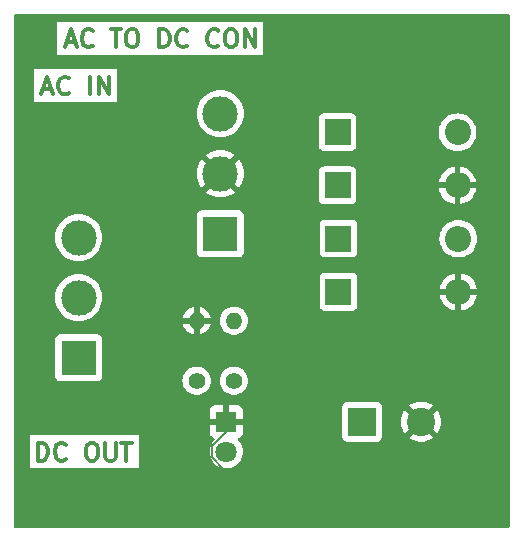
<source format=gbr>
%TF.GenerationSoftware,KiCad,Pcbnew,8.0.8*%
%TF.CreationDate,2025-01-25T14:39:54+05:30*%
%TF.ProjectId,AC to DC conveter,41432074-6f20-4444-9320-636f6e766574,rev?*%
%TF.SameCoordinates,Original*%
%TF.FileFunction,Copper,L2,Bot*%
%TF.FilePolarity,Positive*%
%FSLAX46Y46*%
G04 Gerber Fmt 4.6, Leading zero omitted, Abs format (unit mm)*
G04 Created by KiCad (PCBNEW 8.0.8) date 2025-01-25 14:39:54*
%MOMM*%
%LPD*%
G01*
G04 APERTURE LIST*
%ADD10C,0.300000*%
%TA.AperFunction,NonConductor*%
%ADD11C,0.300000*%
%TD*%
%TA.AperFunction,ComponentPad*%
%ADD12C,1.400000*%
%TD*%
%TA.AperFunction,ComponentPad*%
%ADD13O,1.400000X1.400000*%
%TD*%
%TA.AperFunction,ComponentPad*%
%ADD14R,3.000000X3.000000*%
%TD*%
%TA.AperFunction,ComponentPad*%
%ADD15C,3.000000*%
%TD*%
%TA.AperFunction,ComponentPad*%
%ADD16R,1.800000X1.800000*%
%TD*%
%TA.AperFunction,ComponentPad*%
%ADD17C,1.800000*%
%TD*%
%TA.AperFunction,ComponentPad*%
%ADD18R,2.200000X2.200000*%
%TD*%
%TA.AperFunction,ComponentPad*%
%ADD19O,2.200000X2.200000*%
%TD*%
%TA.AperFunction,ComponentPad*%
%ADD20R,2.400000X2.400000*%
%TD*%
%TA.AperFunction,ComponentPad*%
%ADD21C,2.400000*%
%TD*%
%TA.AperFunction,Conductor*%
%ADD22C,0.200000*%
%TD*%
G04 APERTURE END LIST*
D10*
D11*
X175054510Y-85800828D02*
X175054510Y-84300828D01*
X175054510Y-84300828D02*
X175411653Y-84300828D01*
X175411653Y-84300828D02*
X175625939Y-84372257D01*
X175625939Y-84372257D02*
X175768796Y-84515114D01*
X175768796Y-84515114D02*
X175840225Y-84657971D01*
X175840225Y-84657971D02*
X175911653Y-84943685D01*
X175911653Y-84943685D02*
X175911653Y-85157971D01*
X175911653Y-85157971D02*
X175840225Y-85443685D01*
X175840225Y-85443685D02*
X175768796Y-85586542D01*
X175768796Y-85586542D02*
X175625939Y-85729400D01*
X175625939Y-85729400D02*
X175411653Y-85800828D01*
X175411653Y-85800828D02*
X175054510Y-85800828D01*
X177411653Y-85657971D02*
X177340225Y-85729400D01*
X177340225Y-85729400D02*
X177125939Y-85800828D01*
X177125939Y-85800828D02*
X176983082Y-85800828D01*
X176983082Y-85800828D02*
X176768796Y-85729400D01*
X176768796Y-85729400D02*
X176625939Y-85586542D01*
X176625939Y-85586542D02*
X176554510Y-85443685D01*
X176554510Y-85443685D02*
X176483082Y-85157971D01*
X176483082Y-85157971D02*
X176483082Y-84943685D01*
X176483082Y-84943685D02*
X176554510Y-84657971D01*
X176554510Y-84657971D02*
X176625939Y-84515114D01*
X176625939Y-84515114D02*
X176768796Y-84372257D01*
X176768796Y-84372257D02*
X176983082Y-84300828D01*
X176983082Y-84300828D02*
X177125939Y-84300828D01*
X177125939Y-84300828D02*
X177340225Y-84372257D01*
X177340225Y-84372257D02*
X177411653Y-84443685D01*
X179483082Y-84300828D02*
X179768796Y-84300828D01*
X179768796Y-84300828D02*
X179911653Y-84372257D01*
X179911653Y-84372257D02*
X180054510Y-84515114D01*
X180054510Y-84515114D02*
X180125939Y-84800828D01*
X180125939Y-84800828D02*
X180125939Y-85300828D01*
X180125939Y-85300828D02*
X180054510Y-85586542D01*
X180054510Y-85586542D02*
X179911653Y-85729400D01*
X179911653Y-85729400D02*
X179768796Y-85800828D01*
X179768796Y-85800828D02*
X179483082Y-85800828D01*
X179483082Y-85800828D02*
X179340225Y-85729400D01*
X179340225Y-85729400D02*
X179197367Y-85586542D01*
X179197367Y-85586542D02*
X179125939Y-85300828D01*
X179125939Y-85300828D02*
X179125939Y-84800828D01*
X179125939Y-84800828D02*
X179197367Y-84515114D01*
X179197367Y-84515114D02*
X179340225Y-84372257D01*
X179340225Y-84372257D02*
X179483082Y-84300828D01*
X180768796Y-84300828D02*
X180768796Y-85515114D01*
X180768796Y-85515114D02*
X180840225Y-85657971D01*
X180840225Y-85657971D02*
X180911654Y-85729400D01*
X180911654Y-85729400D02*
X181054511Y-85800828D01*
X181054511Y-85800828D02*
X181340225Y-85800828D01*
X181340225Y-85800828D02*
X181483082Y-85729400D01*
X181483082Y-85729400D02*
X181554511Y-85657971D01*
X181554511Y-85657971D02*
X181625939Y-85515114D01*
X181625939Y-85515114D02*
X181625939Y-84300828D01*
X182125940Y-84300828D02*
X182983083Y-84300828D01*
X182554511Y-85800828D02*
X182554511Y-84300828D01*
D10*
D11*
X175483082Y-54372257D02*
X176197368Y-54372257D01*
X175340225Y-54800828D02*
X175840225Y-53300828D01*
X175840225Y-53300828D02*
X176340225Y-54800828D01*
X177697367Y-54657971D02*
X177625939Y-54729400D01*
X177625939Y-54729400D02*
X177411653Y-54800828D01*
X177411653Y-54800828D02*
X177268796Y-54800828D01*
X177268796Y-54800828D02*
X177054510Y-54729400D01*
X177054510Y-54729400D02*
X176911653Y-54586542D01*
X176911653Y-54586542D02*
X176840224Y-54443685D01*
X176840224Y-54443685D02*
X176768796Y-54157971D01*
X176768796Y-54157971D02*
X176768796Y-53943685D01*
X176768796Y-53943685D02*
X176840224Y-53657971D01*
X176840224Y-53657971D02*
X176911653Y-53515114D01*
X176911653Y-53515114D02*
X177054510Y-53372257D01*
X177054510Y-53372257D02*
X177268796Y-53300828D01*
X177268796Y-53300828D02*
X177411653Y-53300828D01*
X177411653Y-53300828D02*
X177625939Y-53372257D01*
X177625939Y-53372257D02*
X177697367Y-53443685D01*
X179483081Y-54800828D02*
X179483081Y-53300828D01*
X180197367Y-54800828D02*
X180197367Y-53300828D01*
X180197367Y-53300828D02*
X181054510Y-54800828D01*
X181054510Y-54800828D02*
X181054510Y-53300828D01*
D10*
D11*
X177483082Y-50372257D02*
X178197368Y-50372257D01*
X177340225Y-50800828D02*
X177840225Y-49300828D01*
X177840225Y-49300828D02*
X178340225Y-50800828D01*
X179697367Y-50657971D02*
X179625939Y-50729400D01*
X179625939Y-50729400D02*
X179411653Y-50800828D01*
X179411653Y-50800828D02*
X179268796Y-50800828D01*
X179268796Y-50800828D02*
X179054510Y-50729400D01*
X179054510Y-50729400D02*
X178911653Y-50586542D01*
X178911653Y-50586542D02*
X178840224Y-50443685D01*
X178840224Y-50443685D02*
X178768796Y-50157971D01*
X178768796Y-50157971D02*
X178768796Y-49943685D01*
X178768796Y-49943685D02*
X178840224Y-49657971D01*
X178840224Y-49657971D02*
X178911653Y-49515114D01*
X178911653Y-49515114D02*
X179054510Y-49372257D01*
X179054510Y-49372257D02*
X179268796Y-49300828D01*
X179268796Y-49300828D02*
X179411653Y-49300828D01*
X179411653Y-49300828D02*
X179625939Y-49372257D01*
X179625939Y-49372257D02*
X179697367Y-49443685D01*
X181268796Y-49300828D02*
X182125939Y-49300828D01*
X181697367Y-50800828D02*
X181697367Y-49300828D01*
X182911653Y-49300828D02*
X183197367Y-49300828D01*
X183197367Y-49300828D02*
X183340224Y-49372257D01*
X183340224Y-49372257D02*
X183483081Y-49515114D01*
X183483081Y-49515114D02*
X183554510Y-49800828D01*
X183554510Y-49800828D02*
X183554510Y-50300828D01*
X183554510Y-50300828D02*
X183483081Y-50586542D01*
X183483081Y-50586542D02*
X183340224Y-50729400D01*
X183340224Y-50729400D02*
X183197367Y-50800828D01*
X183197367Y-50800828D02*
X182911653Y-50800828D01*
X182911653Y-50800828D02*
X182768796Y-50729400D01*
X182768796Y-50729400D02*
X182625938Y-50586542D01*
X182625938Y-50586542D02*
X182554510Y-50300828D01*
X182554510Y-50300828D02*
X182554510Y-49800828D01*
X182554510Y-49800828D02*
X182625938Y-49515114D01*
X182625938Y-49515114D02*
X182768796Y-49372257D01*
X182768796Y-49372257D02*
X182911653Y-49300828D01*
X185340224Y-50800828D02*
X185340224Y-49300828D01*
X185340224Y-49300828D02*
X185697367Y-49300828D01*
X185697367Y-49300828D02*
X185911653Y-49372257D01*
X185911653Y-49372257D02*
X186054510Y-49515114D01*
X186054510Y-49515114D02*
X186125939Y-49657971D01*
X186125939Y-49657971D02*
X186197367Y-49943685D01*
X186197367Y-49943685D02*
X186197367Y-50157971D01*
X186197367Y-50157971D02*
X186125939Y-50443685D01*
X186125939Y-50443685D02*
X186054510Y-50586542D01*
X186054510Y-50586542D02*
X185911653Y-50729400D01*
X185911653Y-50729400D02*
X185697367Y-50800828D01*
X185697367Y-50800828D02*
X185340224Y-50800828D01*
X187697367Y-50657971D02*
X187625939Y-50729400D01*
X187625939Y-50729400D02*
X187411653Y-50800828D01*
X187411653Y-50800828D02*
X187268796Y-50800828D01*
X187268796Y-50800828D02*
X187054510Y-50729400D01*
X187054510Y-50729400D02*
X186911653Y-50586542D01*
X186911653Y-50586542D02*
X186840224Y-50443685D01*
X186840224Y-50443685D02*
X186768796Y-50157971D01*
X186768796Y-50157971D02*
X186768796Y-49943685D01*
X186768796Y-49943685D02*
X186840224Y-49657971D01*
X186840224Y-49657971D02*
X186911653Y-49515114D01*
X186911653Y-49515114D02*
X187054510Y-49372257D01*
X187054510Y-49372257D02*
X187268796Y-49300828D01*
X187268796Y-49300828D02*
X187411653Y-49300828D01*
X187411653Y-49300828D02*
X187625939Y-49372257D01*
X187625939Y-49372257D02*
X187697367Y-49443685D01*
X190340224Y-50657971D02*
X190268796Y-50729400D01*
X190268796Y-50729400D02*
X190054510Y-50800828D01*
X190054510Y-50800828D02*
X189911653Y-50800828D01*
X189911653Y-50800828D02*
X189697367Y-50729400D01*
X189697367Y-50729400D02*
X189554510Y-50586542D01*
X189554510Y-50586542D02*
X189483081Y-50443685D01*
X189483081Y-50443685D02*
X189411653Y-50157971D01*
X189411653Y-50157971D02*
X189411653Y-49943685D01*
X189411653Y-49943685D02*
X189483081Y-49657971D01*
X189483081Y-49657971D02*
X189554510Y-49515114D01*
X189554510Y-49515114D02*
X189697367Y-49372257D01*
X189697367Y-49372257D02*
X189911653Y-49300828D01*
X189911653Y-49300828D02*
X190054510Y-49300828D01*
X190054510Y-49300828D02*
X190268796Y-49372257D01*
X190268796Y-49372257D02*
X190340224Y-49443685D01*
X191268796Y-49300828D02*
X191554510Y-49300828D01*
X191554510Y-49300828D02*
X191697367Y-49372257D01*
X191697367Y-49372257D02*
X191840224Y-49515114D01*
X191840224Y-49515114D02*
X191911653Y-49800828D01*
X191911653Y-49800828D02*
X191911653Y-50300828D01*
X191911653Y-50300828D02*
X191840224Y-50586542D01*
X191840224Y-50586542D02*
X191697367Y-50729400D01*
X191697367Y-50729400D02*
X191554510Y-50800828D01*
X191554510Y-50800828D02*
X191268796Y-50800828D01*
X191268796Y-50800828D02*
X191125939Y-50729400D01*
X191125939Y-50729400D02*
X190983081Y-50586542D01*
X190983081Y-50586542D02*
X190911653Y-50300828D01*
X190911653Y-50300828D02*
X190911653Y-49800828D01*
X190911653Y-49800828D02*
X190983081Y-49515114D01*
X190983081Y-49515114D02*
X191125939Y-49372257D01*
X191125939Y-49372257D02*
X191268796Y-49300828D01*
X192554510Y-50800828D02*
X192554510Y-49300828D01*
X192554510Y-49300828D02*
X193411653Y-50800828D01*
X193411653Y-50800828D02*
X193411653Y-49300828D01*
D12*
%TO.P,R2,1*%
%TO.N,/+ve*%
X191650000Y-79040000D03*
D13*
%TO.P,R2,2*%
%TO.N,Net-(D5-A)*%
X191650000Y-73960000D03*
%TD*%
D12*
%TO.P,R1,1*%
%TO.N,/+ve*%
X188500000Y-79040000D03*
D13*
%TO.P,R1,2*%
%TO.N,GND*%
X188500000Y-73960000D03*
%TD*%
D14*
%TO.P,J2,1,Pin_1*%
%TO.N,Net-(D3-A)*%
X178500000Y-77080000D03*
D15*
%TO.P,J2,2,Pin_2*%
%TO.N,Net-(D1-A)*%
X178500000Y-72000000D03*
%TO.P,J2,3*%
%TO.N,N/C*%
X178500000Y-66920000D03*
%TD*%
D14*
%TO.P,J1,1,Pin_1*%
%TO.N,/+ve*%
X190500000Y-66580000D03*
D15*
%TO.P,J1,2,Pin_2*%
%TO.N,GND*%
X190500000Y-61500000D03*
%TO.P,J1,3*%
%TO.N,N/C*%
X190500000Y-56420000D03*
%TD*%
D16*
%TO.P,D5,1,K*%
%TO.N,GND*%
X191000000Y-82500000D03*
D17*
%TO.P,D5,2,A*%
%TO.N,Net-(D5-A)*%
X191000000Y-85040000D03*
%TD*%
D18*
%TO.P,D4,1,K*%
%TO.N,Net-(D3-A)*%
X200500000Y-71500000D03*
D19*
%TO.P,D4,2,A*%
%TO.N,GND*%
X210660000Y-71500000D03*
%TD*%
D18*
%TO.P,D3,1,K*%
%TO.N,/+ve*%
X200500000Y-67000000D03*
D19*
%TO.P,D3,2,A*%
%TO.N,Net-(D3-A)*%
X210660000Y-67000000D03*
%TD*%
D18*
%TO.P,D2,1,K*%
%TO.N,Net-(D1-A)*%
X200420000Y-62500000D03*
D19*
%TO.P,D2,2,A*%
%TO.N,GND*%
X210580000Y-62500000D03*
%TD*%
D18*
%TO.P,D1,1,K*%
%TO.N,/+ve*%
X200420000Y-58000000D03*
D19*
%TO.P,D1,2,A*%
%TO.N,Net-(D1-A)*%
X210580000Y-58000000D03*
%TD*%
D20*
%TO.P,C1,1*%
%TO.N,/+ve*%
X202500000Y-82500000D03*
D21*
%TO.P,C1,2*%
%TO.N,GND*%
X207500000Y-82500000D03*
%TD*%
D22*
%TO.N,GND*%
X203500000Y-86500000D02*
X207500000Y-82500000D01*
X190762943Y-86500000D02*
X203500000Y-86500000D01*
X189800000Y-85537057D02*
X190762943Y-86500000D01*
X189800000Y-84542943D02*
X189800000Y-85537057D01*
X191000000Y-83342943D02*
X189800000Y-84542943D01*
X191000000Y-82500000D02*
X191000000Y-83342943D01*
%TD*%
%TA.AperFunction,Conductor*%
%TO.N,GND*%
G36*
X214943039Y-48019685D02*
G01*
X214988794Y-48072489D01*
X215000000Y-48124000D01*
X215000000Y-91376000D01*
X214980315Y-91443039D01*
X214927511Y-91488794D01*
X214876000Y-91500000D01*
X173124000Y-91500000D01*
X173056961Y-91480315D01*
X173011206Y-91427511D01*
X173000000Y-91376000D01*
X173000000Y-86458053D01*
X174399010Y-86458053D01*
X183638583Y-86458053D01*
X183638583Y-85039993D01*
X189594700Y-85039993D01*
X189594700Y-85040006D01*
X189613864Y-85271297D01*
X189613866Y-85271308D01*
X189670842Y-85496300D01*
X189764075Y-85708848D01*
X189891016Y-85903147D01*
X189891019Y-85903151D01*
X189891021Y-85903153D01*
X190048216Y-86073913D01*
X190048219Y-86073915D01*
X190048222Y-86073918D01*
X190231365Y-86216464D01*
X190231371Y-86216468D01*
X190231374Y-86216470D01*
X190435497Y-86326936D01*
X190549487Y-86366068D01*
X190655015Y-86402297D01*
X190655017Y-86402297D01*
X190655019Y-86402298D01*
X190883951Y-86440500D01*
X190883952Y-86440500D01*
X191116048Y-86440500D01*
X191116049Y-86440500D01*
X191344981Y-86402298D01*
X191564503Y-86326936D01*
X191768626Y-86216470D01*
X191951784Y-86073913D01*
X192108979Y-85903153D01*
X192235924Y-85708849D01*
X192329157Y-85496300D01*
X192386134Y-85271305D01*
X192405300Y-85040000D01*
X192405300Y-85039993D01*
X192386135Y-84808702D01*
X192386133Y-84808691D01*
X192329157Y-84583699D01*
X192235924Y-84371151D01*
X192108981Y-84176849D01*
X192013832Y-84073489D01*
X191982910Y-84010835D01*
X191990770Y-83941409D01*
X192034918Y-83887253D01*
X192061730Y-83873325D01*
X192142084Y-83843355D01*
X192142093Y-83843350D01*
X192257187Y-83757190D01*
X192257190Y-83757187D01*
X192343350Y-83642093D01*
X192343354Y-83642086D01*
X192393596Y-83507379D01*
X192393598Y-83507372D01*
X192399999Y-83447844D01*
X192400000Y-83447827D01*
X192400000Y-82750000D01*
X191375278Y-82750000D01*
X191419333Y-82673694D01*
X191450000Y-82559244D01*
X191450000Y-82440756D01*
X191419333Y-82326306D01*
X191375278Y-82250000D01*
X192400000Y-82250000D01*
X192400000Y-81552172D01*
X192399999Y-81552155D01*
X192393598Y-81492627D01*
X192393596Y-81492620D01*
X192343354Y-81357913D01*
X192343350Y-81357906D01*
X192264169Y-81252135D01*
X200799500Y-81252135D01*
X200799500Y-83747870D01*
X200799501Y-83747876D01*
X200805908Y-83807483D01*
X200856202Y-83942328D01*
X200856206Y-83942335D01*
X200942452Y-84057544D01*
X200942455Y-84057547D01*
X201057664Y-84143793D01*
X201057671Y-84143797D01*
X201192517Y-84194091D01*
X201192516Y-84194091D01*
X201199444Y-84194835D01*
X201252127Y-84200500D01*
X203747872Y-84200499D01*
X203807483Y-84194091D01*
X203942331Y-84143796D01*
X204057546Y-84057546D01*
X204143796Y-83942331D01*
X204194091Y-83807483D01*
X204200500Y-83747873D01*
X204200499Y-82499995D01*
X205795233Y-82499995D01*
X205795233Y-82500004D01*
X205814273Y-82754079D01*
X205870968Y-83002477D01*
X205870973Y-83002494D01*
X205964058Y-83239671D01*
X205964057Y-83239671D01*
X206091457Y-83460332D01*
X206133452Y-83512993D01*
X206935387Y-82711058D01*
X206940889Y-82731591D01*
X207019881Y-82868408D01*
X207131592Y-82980119D01*
X207268409Y-83059111D01*
X207288940Y-83064612D01*
X206486813Y-83866737D01*
X206647623Y-83976375D01*
X206647624Y-83976376D01*
X206877176Y-84086921D01*
X206877174Y-84086921D01*
X207120652Y-84162024D01*
X207120658Y-84162026D01*
X207372595Y-84199999D01*
X207372604Y-84200000D01*
X207627396Y-84200000D01*
X207627404Y-84199999D01*
X207879341Y-84162026D01*
X207879347Y-84162024D01*
X208122824Y-84086921D01*
X208352381Y-83976373D01*
X208513185Y-83866737D01*
X207711059Y-83064612D01*
X207731591Y-83059111D01*
X207868408Y-82980119D01*
X207980119Y-82868408D01*
X208059111Y-82731591D01*
X208064612Y-82711059D01*
X208866545Y-83512993D01*
X208908545Y-83460327D01*
X209035941Y-83239671D01*
X209129026Y-83002494D01*
X209129031Y-83002477D01*
X209185726Y-82754079D01*
X209204767Y-82500004D01*
X209204767Y-82499995D01*
X209185726Y-82245920D01*
X209129031Y-81997522D01*
X209129026Y-81997505D01*
X209035941Y-81760328D01*
X209035942Y-81760328D01*
X208908544Y-81539671D01*
X208866546Y-81487006D01*
X208064612Y-82288939D01*
X208059111Y-82268409D01*
X207980119Y-82131592D01*
X207868408Y-82019881D01*
X207731591Y-81940889D01*
X207711058Y-81935387D01*
X208513185Y-81133261D01*
X208352377Y-81023624D01*
X208352376Y-81023623D01*
X208122823Y-80913078D01*
X208122825Y-80913078D01*
X207879347Y-80837975D01*
X207879341Y-80837973D01*
X207627404Y-80800000D01*
X207372595Y-80800000D01*
X207120658Y-80837973D01*
X207120652Y-80837975D01*
X206877175Y-80913078D01*
X206647624Y-81023623D01*
X206647616Y-81023628D01*
X206486813Y-81133261D01*
X207288940Y-81935387D01*
X207268409Y-81940889D01*
X207131592Y-82019881D01*
X207019881Y-82131592D01*
X206940889Y-82268409D01*
X206935387Y-82288940D01*
X206133453Y-81487006D01*
X206091455Y-81539670D01*
X205964058Y-81760328D01*
X205870973Y-81997505D01*
X205870968Y-81997522D01*
X205814273Y-82245920D01*
X205795233Y-82499995D01*
X204200499Y-82499995D01*
X204200499Y-81252128D01*
X204194091Y-81192517D01*
X204159584Y-81100000D01*
X204143797Y-81057671D01*
X204143793Y-81057664D01*
X204057547Y-80942455D01*
X204057544Y-80942452D01*
X203942335Y-80856206D01*
X203942328Y-80856202D01*
X203807482Y-80805908D01*
X203807483Y-80805908D01*
X203747883Y-80799501D01*
X203747881Y-80799500D01*
X203747873Y-80799500D01*
X203747864Y-80799500D01*
X201252129Y-80799500D01*
X201252123Y-80799501D01*
X201192516Y-80805908D01*
X201057671Y-80856202D01*
X201057664Y-80856206D01*
X200942455Y-80942452D01*
X200942452Y-80942455D01*
X200856206Y-81057664D01*
X200856202Y-81057671D01*
X200805908Y-81192517D01*
X200799501Y-81252116D01*
X200799501Y-81252123D01*
X200799500Y-81252135D01*
X192264169Y-81252135D01*
X192257190Y-81242812D01*
X192257187Y-81242809D01*
X192142093Y-81156649D01*
X192142086Y-81156645D01*
X192007379Y-81106403D01*
X192007372Y-81106401D01*
X191947844Y-81100000D01*
X191250000Y-81100000D01*
X191250000Y-82124722D01*
X191173694Y-82080667D01*
X191059244Y-82050000D01*
X190940756Y-82050000D01*
X190826306Y-82080667D01*
X190750000Y-82124722D01*
X190750000Y-81100000D01*
X190052155Y-81100000D01*
X189992627Y-81106401D01*
X189992620Y-81106403D01*
X189857913Y-81156645D01*
X189857906Y-81156649D01*
X189742812Y-81242809D01*
X189742809Y-81242812D01*
X189656649Y-81357906D01*
X189656645Y-81357913D01*
X189606403Y-81492620D01*
X189606401Y-81492627D01*
X189600000Y-81552155D01*
X189600000Y-82250000D01*
X190624722Y-82250000D01*
X190580667Y-82326306D01*
X190550000Y-82440756D01*
X190550000Y-82559244D01*
X190580667Y-82673694D01*
X190624722Y-82750000D01*
X189600000Y-82750000D01*
X189600000Y-83447844D01*
X189606401Y-83507372D01*
X189606403Y-83507379D01*
X189656645Y-83642086D01*
X189656649Y-83642093D01*
X189742809Y-83757187D01*
X189742812Y-83757190D01*
X189857906Y-83843350D01*
X189857913Y-83843354D01*
X189938270Y-83873325D01*
X189994204Y-83915196D01*
X190018621Y-83980660D01*
X190003770Y-84048933D01*
X189986168Y-84073489D01*
X189891021Y-84176847D01*
X189891019Y-84176848D01*
X189891016Y-84176853D01*
X189764075Y-84371151D01*
X189670842Y-84583699D01*
X189613866Y-84808691D01*
X189613864Y-84808702D01*
X189594700Y-85039993D01*
X183638583Y-85039993D01*
X183638583Y-83643603D01*
X174399010Y-83643603D01*
X174399010Y-86458053D01*
X173000000Y-86458053D01*
X173000000Y-75532135D01*
X176499500Y-75532135D01*
X176499500Y-78627870D01*
X176499501Y-78627876D01*
X176505908Y-78687483D01*
X176556202Y-78822328D01*
X176556206Y-78822335D01*
X176642452Y-78937544D01*
X176642455Y-78937547D01*
X176757664Y-79023793D01*
X176757671Y-79023797D01*
X176892517Y-79074091D01*
X176892516Y-79074091D01*
X176899444Y-79074835D01*
X176952127Y-79080500D01*
X180047872Y-79080499D01*
X180107483Y-79074091D01*
X180198888Y-79039999D01*
X187294357Y-79039999D01*
X187294357Y-79040000D01*
X187314884Y-79261535D01*
X187314885Y-79261537D01*
X187375769Y-79475523D01*
X187375775Y-79475538D01*
X187474938Y-79674683D01*
X187474943Y-79674691D01*
X187609020Y-79852238D01*
X187773437Y-80002123D01*
X187773439Y-80002125D01*
X187962595Y-80119245D01*
X187962596Y-80119245D01*
X187962599Y-80119247D01*
X188170060Y-80199618D01*
X188388757Y-80240500D01*
X188388759Y-80240500D01*
X188611241Y-80240500D01*
X188611243Y-80240500D01*
X188829940Y-80199618D01*
X189037401Y-80119247D01*
X189226562Y-80002124D01*
X189390981Y-79852236D01*
X189525058Y-79674689D01*
X189624229Y-79475528D01*
X189685115Y-79261536D01*
X189705643Y-79040000D01*
X189705643Y-79039999D01*
X190444357Y-79039999D01*
X190444357Y-79040000D01*
X190464884Y-79261535D01*
X190464885Y-79261537D01*
X190525769Y-79475523D01*
X190525775Y-79475538D01*
X190624938Y-79674683D01*
X190624943Y-79674691D01*
X190759020Y-79852238D01*
X190923437Y-80002123D01*
X190923439Y-80002125D01*
X191112595Y-80119245D01*
X191112596Y-80119245D01*
X191112599Y-80119247D01*
X191320060Y-80199618D01*
X191538757Y-80240500D01*
X191538759Y-80240500D01*
X191761241Y-80240500D01*
X191761243Y-80240500D01*
X191979940Y-80199618D01*
X192187401Y-80119247D01*
X192376562Y-80002124D01*
X192540981Y-79852236D01*
X192675058Y-79674689D01*
X192774229Y-79475528D01*
X192835115Y-79261536D01*
X192855643Y-79040000D01*
X192846149Y-78937547D01*
X192835115Y-78818464D01*
X192835114Y-78818462D01*
X192797847Y-78687483D01*
X192774229Y-78604472D01*
X192774224Y-78604461D01*
X192675061Y-78405316D01*
X192675056Y-78405308D01*
X192540979Y-78227761D01*
X192376562Y-78077876D01*
X192376560Y-78077874D01*
X192187404Y-77960754D01*
X192187398Y-77960752D01*
X191979940Y-77880382D01*
X191761243Y-77839500D01*
X191538757Y-77839500D01*
X191320060Y-77880382D01*
X191188864Y-77931207D01*
X191112601Y-77960752D01*
X191112595Y-77960754D01*
X190923439Y-78077874D01*
X190923437Y-78077876D01*
X190759020Y-78227761D01*
X190624943Y-78405308D01*
X190624938Y-78405316D01*
X190525775Y-78604461D01*
X190525769Y-78604476D01*
X190464885Y-78818462D01*
X190464884Y-78818464D01*
X190444357Y-79039999D01*
X189705643Y-79039999D01*
X189696149Y-78937547D01*
X189685115Y-78818464D01*
X189685114Y-78818462D01*
X189647847Y-78687483D01*
X189624229Y-78604472D01*
X189624224Y-78604461D01*
X189525061Y-78405316D01*
X189525056Y-78405308D01*
X189390979Y-78227761D01*
X189226562Y-78077876D01*
X189226560Y-78077874D01*
X189037404Y-77960754D01*
X189037398Y-77960752D01*
X188829940Y-77880382D01*
X188611243Y-77839500D01*
X188388757Y-77839500D01*
X188170060Y-77880382D01*
X188038864Y-77931207D01*
X187962601Y-77960752D01*
X187962595Y-77960754D01*
X187773439Y-78077874D01*
X187773437Y-78077876D01*
X187609020Y-78227761D01*
X187474943Y-78405308D01*
X187474938Y-78405316D01*
X187375775Y-78604461D01*
X187375769Y-78604476D01*
X187314885Y-78818462D01*
X187314884Y-78818464D01*
X187294357Y-79039999D01*
X180198888Y-79039999D01*
X180242331Y-79023796D01*
X180357546Y-78937546D01*
X180443796Y-78822331D01*
X180494091Y-78687483D01*
X180500500Y-78627873D01*
X180500499Y-75532128D01*
X180494091Y-75472517D01*
X180443796Y-75337669D01*
X180443795Y-75337668D01*
X180443793Y-75337664D01*
X180357547Y-75222455D01*
X180357544Y-75222452D01*
X180242335Y-75136206D01*
X180242328Y-75136202D01*
X180107482Y-75085908D01*
X180107483Y-75085908D01*
X180047883Y-75079501D01*
X180047881Y-75079500D01*
X180047873Y-75079500D01*
X180047864Y-75079500D01*
X176952129Y-75079500D01*
X176952123Y-75079501D01*
X176892516Y-75085908D01*
X176757671Y-75136202D01*
X176757664Y-75136206D01*
X176642455Y-75222452D01*
X176642452Y-75222455D01*
X176556206Y-75337664D01*
X176556202Y-75337671D01*
X176505908Y-75472517D01*
X176499501Y-75532116D01*
X176499501Y-75532123D01*
X176499500Y-75532135D01*
X173000000Y-75532135D01*
X173000000Y-74210000D01*
X187323505Y-74210000D01*
X187376239Y-74395349D01*
X187475368Y-74594425D01*
X187609391Y-74771900D01*
X187773738Y-74921721D01*
X187962820Y-75038797D01*
X187962822Y-75038798D01*
X188170195Y-75119135D01*
X188250000Y-75134052D01*
X188750000Y-75134052D01*
X188829804Y-75119135D01*
X189037177Y-75038798D01*
X189037179Y-75038797D01*
X189226261Y-74921721D01*
X189390608Y-74771900D01*
X189524631Y-74594425D01*
X189623760Y-74395349D01*
X189676495Y-74210000D01*
X188750000Y-74210000D01*
X188750000Y-75134052D01*
X188250000Y-75134052D01*
X188250000Y-74210000D01*
X187323505Y-74210000D01*
X173000000Y-74210000D01*
X173000000Y-71999998D01*
X176494390Y-71999998D01*
X176494390Y-72000001D01*
X176514804Y-72285433D01*
X176575628Y-72565037D01*
X176575630Y-72565043D01*
X176575631Y-72565046D01*
X176663407Y-72800382D01*
X176675635Y-72833166D01*
X176812770Y-73084309D01*
X176812775Y-73084317D01*
X176984254Y-73313387D01*
X176984270Y-73313405D01*
X177186594Y-73515729D01*
X177186612Y-73515745D01*
X177415682Y-73687224D01*
X177415690Y-73687229D01*
X177666833Y-73824364D01*
X177666832Y-73824364D01*
X177666836Y-73824365D01*
X177666839Y-73824367D01*
X177934954Y-73924369D01*
X177934960Y-73924370D01*
X177934962Y-73924371D01*
X178214566Y-73985195D01*
X178214568Y-73985195D01*
X178214572Y-73985196D01*
X178468220Y-74003337D01*
X178499999Y-74005610D01*
X178500000Y-74005610D01*
X178500001Y-74005610D01*
X178528595Y-74003564D01*
X178785428Y-73985196D01*
X178901253Y-73960000D01*
X179065037Y-73924371D01*
X179065037Y-73924370D01*
X179065046Y-73924369D01*
X179093055Y-73913922D01*
X188150000Y-73913922D01*
X188150000Y-74006078D01*
X188173852Y-74095095D01*
X188219930Y-74174905D01*
X188285095Y-74240070D01*
X188364905Y-74286148D01*
X188453922Y-74310000D01*
X188546078Y-74310000D01*
X188635095Y-74286148D01*
X188714905Y-74240070D01*
X188780070Y-74174905D01*
X188826148Y-74095095D01*
X188850000Y-74006078D01*
X188850000Y-73959999D01*
X190444357Y-73959999D01*
X190444357Y-73960000D01*
X190464884Y-74181535D01*
X190464885Y-74181537D01*
X190525769Y-74395523D01*
X190525775Y-74395538D01*
X190624938Y-74594683D01*
X190624943Y-74594691D01*
X190759020Y-74772238D01*
X190923437Y-74922123D01*
X190923439Y-74922125D01*
X191112595Y-75039245D01*
X191112596Y-75039245D01*
X191112599Y-75039247D01*
X191320060Y-75119618D01*
X191538757Y-75160500D01*
X191538759Y-75160500D01*
X191761241Y-75160500D01*
X191761243Y-75160500D01*
X191979940Y-75119618D01*
X192187401Y-75039247D01*
X192376562Y-74922124D01*
X192540981Y-74772236D01*
X192675058Y-74594689D01*
X192774229Y-74395528D01*
X192835115Y-74181536D01*
X192855643Y-73960000D01*
X192835115Y-73738464D01*
X192774229Y-73524472D01*
X192774224Y-73524461D01*
X192675061Y-73325316D01*
X192675056Y-73325308D01*
X192540979Y-73147761D01*
X192376562Y-72997876D01*
X192376560Y-72997874D01*
X192187404Y-72880754D01*
X192187398Y-72880752D01*
X191979940Y-72800382D01*
X191761243Y-72759500D01*
X191538757Y-72759500D01*
X191320060Y-72800382D01*
X191211767Y-72842335D01*
X191112601Y-72880752D01*
X191112595Y-72880754D01*
X190923439Y-72997874D01*
X190923437Y-72997876D01*
X190759020Y-73147761D01*
X190624943Y-73325308D01*
X190624938Y-73325316D01*
X190525775Y-73524461D01*
X190525769Y-73524476D01*
X190464885Y-73738462D01*
X190464884Y-73738464D01*
X190444357Y-73959999D01*
X188850000Y-73959999D01*
X188850000Y-73913922D01*
X188826148Y-73824905D01*
X188780070Y-73745095D01*
X188744975Y-73710000D01*
X188750000Y-73710000D01*
X189676495Y-73710000D01*
X189623760Y-73524650D01*
X189524631Y-73325574D01*
X189390608Y-73148099D01*
X189226261Y-72998278D01*
X189037179Y-72881202D01*
X189037177Y-72881201D01*
X188829799Y-72800864D01*
X188750000Y-72785946D01*
X188750000Y-73710000D01*
X188744975Y-73710000D01*
X188714905Y-73679930D01*
X188635095Y-73633852D01*
X188546078Y-73610000D01*
X188453922Y-73610000D01*
X188364905Y-73633852D01*
X188285095Y-73679930D01*
X188219930Y-73745095D01*
X188173852Y-73824905D01*
X188150000Y-73913922D01*
X179093055Y-73913922D01*
X179333161Y-73824367D01*
X179542608Y-73710000D01*
X187323505Y-73710000D01*
X188250000Y-73710000D01*
X188250000Y-72785946D01*
X188170200Y-72800864D01*
X187962822Y-72881201D01*
X187962820Y-72881202D01*
X187773738Y-72998278D01*
X187609391Y-73148099D01*
X187475368Y-73325574D01*
X187376239Y-73524650D01*
X187323505Y-73710000D01*
X179542608Y-73710000D01*
X179584315Y-73687226D01*
X179813395Y-73515739D01*
X180015739Y-73313395D01*
X180187226Y-73084315D01*
X180324367Y-72833161D01*
X180424369Y-72565046D01*
X180485196Y-72285428D01*
X180505610Y-72000000D01*
X180485196Y-71714572D01*
X180454270Y-71572409D01*
X180424371Y-71434962D01*
X180424370Y-71434960D01*
X180424369Y-71434954D01*
X180324367Y-71166839D01*
X180235473Y-71004043D01*
X180187229Y-70915690D01*
X180187224Y-70915682D01*
X180015745Y-70686612D01*
X180015729Y-70686594D01*
X179813405Y-70484270D01*
X179813387Y-70484254D01*
X179636896Y-70352135D01*
X198899500Y-70352135D01*
X198899500Y-72647870D01*
X198899501Y-72647876D01*
X198905908Y-72707483D01*
X198956202Y-72842328D01*
X198956206Y-72842335D01*
X199042452Y-72957544D01*
X199042455Y-72957547D01*
X199157664Y-73043793D01*
X199157671Y-73043797D01*
X199292517Y-73094091D01*
X199292516Y-73094091D01*
X199299444Y-73094835D01*
X199352127Y-73100500D01*
X201647872Y-73100499D01*
X201707483Y-73094091D01*
X201842331Y-73043796D01*
X201957546Y-72957546D01*
X202043796Y-72842331D01*
X202094091Y-72707483D01*
X202100500Y-72647873D01*
X202100499Y-71249999D01*
X209074728Y-71249999D01*
X209074729Y-71250000D01*
X210169252Y-71250000D01*
X210147482Y-71287708D01*
X210110000Y-71427591D01*
X210110000Y-71572409D01*
X210147482Y-71712292D01*
X210169252Y-71750000D01*
X209074728Y-71750000D01*
X209074811Y-71751067D01*
X209133603Y-71995956D01*
X209229980Y-72228631D01*
X209361568Y-72443362D01*
X209361571Y-72443367D01*
X209525130Y-72634869D01*
X209716632Y-72798428D01*
X209716637Y-72798431D01*
X209931368Y-72930019D01*
X210164043Y-73026396D01*
X210408932Y-73085188D01*
X210410000Y-73085271D01*
X210410000Y-71990747D01*
X210447708Y-72012518D01*
X210587591Y-72050000D01*
X210732409Y-72050000D01*
X210872292Y-72012518D01*
X210910000Y-71990747D01*
X210910000Y-73085271D01*
X210911067Y-73085188D01*
X211155956Y-73026396D01*
X211388631Y-72930019D01*
X211603362Y-72798431D01*
X211603367Y-72798428D01*
X211794869Y-72634869D01*
X211958428Y-72443367D01*
X211958431Y-72443362D01*
X212090019Y-72228631D01*
X212186396Y-71995956D01*
X212245188Y-71751067D01*
X212245272Y-71750000D01*
X211150748Y-71750000D01*
X211172518Y-71712292D01*
X211210000Y-71572409D01*
X211210000Y-71427591D01*
X211172518Y-71287708D01*
X211150748Y-71250000D01*
X212245271Y-71250000D01*
X212245271Y-71249999D01*
X212245188Y-71248932D01*
X212186396Y-71004043D01*
X212090019Y-70771368D01*
X211958431Y-70556637D01*
X211958428Y-70556632D01*
X211794869Y-70365130D01*
X211603367Y-70201571D01*
X211603362Y-70201568D01*
X211388631Y-70069980D01*
X211155956Y-69973603D01*
X210911064Y-69914811D01*
X210910000Y-69914726D01*
X210910000Y-71009252D01*
X210872292Y-70987482D01*
X210732409Y-70950000D01*
X210587591Y-70950000D01*
X210447708Y-70987482D01*
X210410000Y-71009252D01*
X210410000Y-69914726D01*
X210408935Y-69914811D01*
X210164043Y-69973603D01*
X209931368Y-70069980D01*
X209716637Y-70201568D01*
X209716632Y-70201571D01*
X209525130Y-70365130D01*
X209361571Y-70556632D01*
X209361568Y-70556637D01*
X209229980Y-70771368D01*
X209133603Y-71004043D01*
X209074811Y-71248932D01*
X209074728Y-71249999D01*
X202100499Y-71249999D01*
X202100499Y-70352128D01*
X202094091Y-70292517D01*
X202060170Y-70201571D01*
X202043797Y-70157671D01*
X202043793Y-70157664D01*
X201957547Y-70042455D01*
X201957544Y-70042452D01*
X201842335Y-69956206D01*
X201842328Y-69956202D01*
X201707482Y-69905908D01*
X201707483Y-69905908D01*
X201647883Y-69899501D01*
X201647881Y-69899500D01*
X201647873Y-69899500D01*
X201647864Y-69899500D01*
X199352129Y-69899500D01*
X199352123Y-69899501D01*
X199292516Y-69905908D01*
X199157671Y-69956202D01*
X199157664Y-69956206D01*
X199042455Y-70042452D01*
X199042452Y-70042455D01*
X198956206Y-70157664D01*
X198956202Y-70157671D01*
X198905908Y-70292517D01*
X198899501Y-70352116D01*
X198899501Y-70352123D01*
X198899500Y-70352135D01*
X179636896Y-70352135D01*
X179584317Y-70312775D01*
X179584309Y-70312770D01*
X179333166Y-70175635D01*
X179333167Y-70175635D01*
X179225915Y-70135632D01*
X179065046Y-70075631D01*
X179065043Y-70075630D01*
X179065037Y-70075628D01*
X178785433Y-70014804D01*
X178500001Y-69994390D01*
X178499999Y-69994390D01*
X178214566Y-70014804D01*
X177934962Y-70075628D01*
X177666833Y-70175635D01*
X177415690Y-70312770D01*
X177415682Y-70312775D01*
X177186612Y-70484254D01*
X177186594Y-70484270D01*
X176984270Y-70686594D01*
X176984254Y-70686612D01*
X176812775Y-70915682D01*
X176812770Y-70915690D01*
X176675635Y-71166833D01*
X176575628Y-71434962D01*
X176514804Y-71714566D01*
X176494390Y-71999998D01*
X173000000Y-71999998D01*
X173000000Y-66919998D01*
X176494390Y-66919998D01*
X176494390Y-66920001D01*
X176514804Y-67205433D01*
X176575628Y-67485037D01*
X176675635Y-67753166D01*
X176812770Y-68004309D01*
X176812775Y-68004317D01*
X176984254Y-68233387D01*
X176984270Y-68233405D01*
X177186594Y-68435729D01*
X177186612Y-68435745D01*
X177415682Y-68607224D01*
X177415690Y-68607229D01*
X177666833Y-68744364D01*
X177666832Y-68744364D01*
X177666836Y-68744365D01*
X177666839Y-68744367D01*
X177934954Y-68844369D01*
X177934960Y-68844370D01*
X177934962Y-68844371D01*
X178214566Y-68905195D01*
X178214568Y-68905195D01*
X178214572Y-68905196D01*
X178468220Y-68923337D01*
X178499999Y-68925610D01*
X178500000Y-68925610D01*
X178500001Y-68925610D01*
X178528595Y-68923564D01*
X178785428Y-68905196D01*
X179065046Y-68844369D01*
X179333161Y-68744367D01*
X179584315Y-68607226D01*
X179813395Y-68435739D01*
X180015739Y-68233395D01*
X180187226Y-68004315D01*
X180324367Y-67753161D01*
X180424369Y-67485046D01*
X180485196Y-67205428D01*
X180505610Y-66920000D01*
X180485196Y-66634572D01*
X180424369Y-66354954D01*
X180324367Y-66086839D01*
X180307716Y-66056346D01*
X180187229Y-65835690D01*
X180187224Y-65835682D01*
X180015745Y-65606612D01*
X180015729Y-65606594D01*
X179813405Y-65404270D01*
X179813387Y-65404254D01*
X179584317Y-65232775D01*
X179584309Y-65232770D01*
X179333166Y-65095635D01*
X179333167Y-65095635D01*
X179225915Y-65055632D01*
X179162917Y-65032135D01*
X188499500Y-65032135D01*
X188499500Y-68127870D01*
X188499501Y-68127876D01*
X188505908Y-68187483D01*
X188556202Y-68322328D01*
X188556206Y-68322335D01*
X188642452Y-68437544D01*
X188642455Y-68437547D01*
X188757664Y-68523793D01*
X188757671Y-68523797D01*
X188892517Y-68574091D01*
X188892516Y-68574091D01*
X188899444Y-68574835D01*
X188952127Y-68580500D01*
X192047872Y-68580499D01*
X192107483Y-68574091D01*
X192242331Y-68523796D01*
X192357546Y-68437546D01*
X192443796Y-68322331D01*
X192494091Y-68187483D01*
X192500500Y-68127873D01*
X192500499Y-65852135D01*
X198899500Y-65852135D01*
X198899500Y-68147870D01*
X198899501Y-68147876D01*
X198905908Y-68207483D01*
X198956202Y-68342328D01*
X198956206Y-68342335D01*
X199042452Y-68457544D01*
X199042455Y-68457547D01*
X199157664Y-68543793D01*
X199157671Y-68543797D01*
X199292517Y-68594091D01*
X199292516Y-68594091D01*
X199299444Y-68594835D01*
X199352127Y-68600500D01*
X201647872Y-68600499D01*
X201707483Y-68594091D01*
X201842331Y-68543796D01*
X201957546Y-68457546D01*
X202043796Y-68342331D01*
X202094091Y-68207483D01*
X202100500Y-68147873D01*
X202100499Y-67000000D01*
X209054551Y-67000000D01*
X209074317Y-67251151D01*
X209133126Y-67496110D01*
X209229533Y-67728859D01*
X209361160Y-67943653D01*
X209361161Y-67943656D01*
X209361164Y-67943659D01*
X209524776Y-68135224D01*
X209639731Y-68233405D01*
X209716343Y-68298838D01*
X209716346Y-68298839D01*
X209931140Y-68430466D01*
X210156453Y-68523793D01*
X210163889Y-68526873D01*
X210408852Y-68585683D01*
X210660000Y-68605449D01*
X210911148Y-68585683D01*
X211156111Y-68526873D01*
X211388859Y-68430466D01*
X211603659Y-68298836D01*
X211795224Y-68135224D01*
X211958836Y-67943659D01*
X212090466Y-67728859D01*
X212186873Y-67496111D01*
X212245683Y-67251148D01*
X212265449Y-67000000D01*
X212245683Y-66748852D01*
X212186873Y-66503889D01*
X212125186Y-66354962D01*
X212090466Y-66271140D01*
X211958839Y-66056346D01*
X211958838Y-66056343D01*
X211921875Y-66013066D01*
X211795224Y-65864776D01*
X211668571Y-65756604D01*
X211603656Y-65701161D01*
X211603653Y-65701160D01*
X211388859Y-65569533D01*
X211156110Y-65473126D01*
X210911151Y-65414317D01*
X210660000Y-65394551D01*
X210408848Y-65414317D01*
X210163889Y-65473126D01*
X209931140Y-65569533D01*
X209716346Y-65701160D01*
X209716343Y-65701161D01*
X209524776Y-65864776D01*
X209361161Y-66056343D01*
X209361160Y-66056346D01*
X209229533Y-66271140D01*
X209133126Y-66503889D01*
X209074317Y-66748848D01*
X209054551Y-67000000D01*
X202100499Y-67000000D01*
X202100499Y-65852128D01*
X202094091Y-65792517D01*
X202060017Y-65701161D01*
X202043797Y-65657671D01*
X202043793Y-65657664D01*
X201957547Y-65542455D01*
X201957544Y-65542452D01*
X201842335Y-65456206D01*
X201842328Y-65456202D01*
X201707482Y-65405908D01*
X201707483Y-65405908D01*
X201647883Y-65399501D01*
X201647881Y-65399500D01*
X201647873Y-65399500D01*
X201647864Y-65399500D01*
X199352129Y-65399500D01*
X199352123Y-65399501D01*
X199292516Y-65405908D01*
X199157671Y-65456202D01*
X199157664Y-65456206D01*
X199042455Y-65542452D01*
X199042452Y-65542455D01*
X198956206Y-65657664D01*
X198956202Y-65657671D01*
X198905908Y-65792517D01*
X198901267Y-65835690D01*
X198899501Y-65852123D01*
X198899500Y-65852135D01*
X192500499Y-65852135D01*
X192500499Y-65032128D01*
X192494091Y-64972517D01*
X192443796Y-64837669D01*
X192443795Y-64837668D01*
X192443793Y-64837664D01*
X192357547Y-64722455D01*
X192357544Y-64722452D01*
X192242335Y-64636206D01*
X192242328Y-64636202D01*
X192107482Y-64585908D01*
X192107483Y-64585908D01*
X192047883Y-64579501D01*
X192047881Y-64579500D01*
X192047873Y-64579500D01*
X192047864Y-64579500D01*
X188952129Y-64579500D01*
X188952123Y-64579501D01*
X188892516Y-64585908D01*
X188757671Y-64636202D01*
X188757664Y-64636206D01*
X188642455Y-64722452D01*
X188642452Y-64722455D01*
X188556206Y-64837664D01*
X188556202Y-64837671D01*
X188505908Y-64972517D01*
X188499501Y-65032116D01*
X188499501Y-65032123D01*
X188499500Y-65032135D01*
X179162917Y-65032135D01*
X179065046Y-64995631D01*
X179065043Y-64995630D01*
X179065037Y-64995628D01*
X178785433Y-64934804D01*
X178500001Y-64914390D01*
X178499999Y-64914390D01*
X178214566Y-64934804D01*
X177934962Y-64995628D01*
X177666833Y-65095635D01*
X177415690Y-65232770D01*
X177415682Y-65232775D01*
X177186612Y-65404254D01*
X177186594Y-65404270D01*
X176984270Y-65606594D01*
X176984254Y-65606612D01*
X176812775Y-65835682D01*
X176812770Y-65835690D01*
X176675635Y-66086833D01*
X176575628Y-66354962D01*
X176514804Y-66634566D01*
X176494390Y-66919998D01*
X173000000Y-66919998D01*
X173000000Y-61499998D01*
X188494891Y-61499998D01*
X188494891Y-61500001D01*
X188515300Y-61785362D01*
X188576109Y-62064895D01*
X188676091Y-62332958D01*
X188813191Y-62584038D01*
X188813196Y-62584046D01*
X188919882Y-62726562D01*
X188919883Y-62726563D01*
X189814768Y-61831678D01*
X189826497Y-61859995D01*
X189909670Y-61984472D01*
X190015528Y-62090330D01*
X190140005Y-62173503D01*
X190168320Y-62185231D01*
X189273435Y-63080115D01*
X189273436Y-63080116D01*
X189415953Y-63186803D01*
X189415961Y-63186808D01*
X189667042Y-63323908D01*
X189667041Y-63323908D01*
X189935104Y-63423890D01*
X190214637Y-63484699D01*
X190499999Y-63505109D01*
X190500001Y-63505109D01*
X190785362Y-63484699D01*
X191064895Y-63423890D01*
X191332958Y-63323908D01*
X191584038Y-63186808D01*
X191584039Y-63186807D01*
X191726563Y-63080115D01*
X190831679Y-62185231D01*
X190859995Y-62173503D01*
X190984472Y-62090330D01*
X191090330Y-61984472D01*
X191173503Y-61859995D01*
X191185231Y-61831679D01*
X192080115Y-62726563D01*
X192186807Y-62584039D01*
X192186808Y-62584038D01*
X192323908Y-62332958D01*
X192423890Y-62064895D01*
X192484699Y-61785362D01*
X192505109Y-61500001D01*
X192505109Y-61499998D01*
X192494533Y-61352135D01*
X198819500Y-61352135D01*
X198819500Y-63647870D01*
X198819501Y-63647876D01*
X198825908Y-63707483D01*
X198876202Y-63842328D01*
X198876206Y-63842335D01*
X198962452Y-63957544D01*
X198962455Y-63957547D01*
X199077664Y-64043793D01*
X199077671Y-64043797D01*
X199212517Y-64094091D01*
X199212516Y-64094091D01*
X199219444Y-64094835D01*
X199272127Y-64100500D01*
X201567872Y-64100499D01*
X201627483Y-64094091D01*
X201762331Y-64043796D01*
X201877546Y-63957546D01*
X201963796Y-63842331D01*
X202014091Y-63707483D01*
X202020500Y-63647873D01*
X202020499Y-62249999D01*
X208994728Y-62249999D01*
X208994729Y-62250000D01*
X210089252Y-62250000D01*
X210067482Y-62287708D01*
X210030000Y-62427591D01*
X210030000Y-62572409D01*
X210067482Y-62712292D01*
X210089252Y-62750000D01*
X208994728Y-62750000D01*
X208994811Y-62751067D01*
X209053603Y-62995956D01*
X209149980Y-63228631D01*
X209281568Y-63443362D01*
X209281571Y-63443367D01*
X209445130Y-63634869D01*
X209636632Y-63798428D01*
X209636637Y-63798431D01*
X209851368Y-63930019D01*
X210084043Y-64026396D01*
X210328932Y-64085188D01*
X210330000Y-64085271D01*
X210330000Y-62990747D01*
X210367708Y-63012518D01*
X210507591Y-63050000D01*
X210652409Y-63050000D01*
X210792292Y-63012518D01*
X210830000Y-62990747D01*
X210830000Y-64085271D01*
X210831067Y-64085188D01*
X211075956Y-64026396D01*
X211308631Y-63930019D01*
X211523362Y-63798431D01*
X211523367Y-63798428D01*
X211714869Y-63634869D01*
X211878428Y-63443367D01*
X211878431Y-63443362D01*
X212010019Y-63228631D01*
X212106396Y-62995956D01*
X212165188Y-62751067D01*
X212165272Y-62750000D01*
X211070748Y-62750000D01*
X211092518Y-62712292D01*
X211130000Y-62572409D01*
X211130000Y-62427591D01*
X211092518Y-62287708D01*
X211070748Y-62250000D01*
X212165271Y-62250000D01*
X212165271Y-62249999D01*
X212165188Y-62248932D01*
X212106396Y-62004043D01*
X212010019Y-61771368D01*
X211878431Y-61556637D01*
X211878428Y-61556632D01*
X211714869Y-61365130D01*
X211523367Y-61201571D01*
X211523362Y-61201568D01*
X211308631Y-61069980D01*
X211075956Y-60973603D01*
X210831064Y-60914811D01*
X210830000Y-60914726D01*
X210830000Y-62009252D01*
X210792292Y-61987482D01*
X210652409Y-61950000D01*
X210507591Y-61950000D01*
X210367708Y-61987482D01*
X210330000Y-62009252D01*
X210330000Y-60914726D01*
X210328935Y-60914811D01*
X210084043Y-60973603D01*
X209851368Y-61069980D01*
X209636637Y-61201568D01*
X209636632Y-61201571D01*
X209445130Y-61365130D01*
X209281571Y-61556632D01*
X209281568Y-61556637D01*
X209149980Y-61771368D01*
X209053603Y-62004043D01*
X208994811Y-62248932D01*
X208994728Y-62249999D01*
X202020499Y-62249999D01*
X202020499Y-61352128D01*
X202014091Y-61292517D01*
X202008794Y-61278316D01*
X201963797Y-61157671D01*
X201963793Y-61157664D01*
X201877547Y-61042455D01*
X201877544Y-61042452D01*
X201762335Y-60956206D01*
X201762328Y-60956202D01*
X201627482Y-60905908D01*
X201627483Y-60905908D01*
X201567883Y-60899501D01*
X201567881Y-60899500D01*
X201567873Y-60899500D01*
X201567864Y-60899500D01*
X199272129Y-60899500D01*
X199272123Y-60899501D01*
X199212516Y-60905908D01*
X199077671Y-60956202D01*
X199077664Y-60956206D01*
X198962455Y-61042452D01*
X198962452Y-61042455D01*
X198876206Y-61157664D01*
X198876202Y-61157671D01*
X198825908Y-61292517D01*
X198819501Y-61352116D01*
X198819501Y-61352123D01*
X198819500Y-61352135D01*
X192494533Y-61352135D01*
X192484699Y-61214637D01*
X192423890Y-60935104D01*
X192323908Y-60667041D01*
X192186808Y-60415961D01*
X192186803Y-60415953D01*
X192080116Y-60273436D01*
X192080115Y-60273435D01*
X191185231Y-61168320D01*
X191173503Y-61140005D01*
X191090330Y-61015528D01*
X190984472Y-60909670D01*
X190859995Y-60826497D01*
X190831678Y-60814767D01*
X191726563Y-59919883D01*
X191726562Y-59919882D01*
X191584046Y-59813196D01*
X191584038Y-59813191D01*
X191332957Y-59676091D01*
X191332958Y-59676091D01*
X191064895Y-59576109D01*
X190785362Y-59515300D01*
X190500001Y-59494891D01*
X190499999Y-59494891D01*
X190214637Y-59515300D01*
X189935104Y-59576109D01*
X189667041Y-59676091D01*
X189415961Y-59813191D01*
X189415953Y-59813196D01*
X189273435Y-59919882D01*
X190168321Y-60814767D01*
X190140005Y-60826497D01*
X190015528Y-60909670D01*
X189909670Y-61015528D01*
X189826497Y-61140005D01*
X189814768Y-61168321D01*
X188919882Y-60273435D01*
X188813196Y-60415953D01*
X188813191Y-60415961D01*
X188676091Y-60667041D01*
X188576109Y-60935104D01*
X188515300Y-61214637D01*
X188494891Y-61499998D01*
X173000000Y-61499998D01*
X173000000Y-56419998D01*
X188494390Y-56419998D01*
X188494390Y-56420001D01*
X188514804Y-56705433D01*
X188575628Y-56985037D01*
X188575630Y-56985043D01*
X188575631Y-56985046D01*
X188602225Y-57056346D01*
X188675635Y-57253166D01*
X188812770Y-57504309D01*
X188812775Y-57504317D01*
X188984254Y-57733387D01*
X188984270Y-57733405D01*
X189186594Y-57935729D01*
X189186612Y-57935745D01*
X189415682Y-58107224D01*
X189415690Y-58107229D01*
X189666833Y-58244364D01*
X189666832Y-58244364D01*
X189666836Y-58244365D01*
X189666839Y-58244367D01*
X189934954Y-58344369D01*
X189934960Y-58344370D01*
X189934962Y-58344371D01*
X190214566Y-58405195D01*
X190214568Y-58405195D01*
X190214572Y-58405196D01*
X190468220Y-58423337D01*
X190499999Y-58425610D01*
X190500000Y-58425610D01*
X190500001Y-58425610D01*
X190528595Y-58423564D01*
X190785428Y-58405196D01*
X191065046Y-58344369D01*
X191333161Y-58244367D01*
X191584315Y-58107226D01*
X191813395Y-57935739D01*
X192015739Y-57733395D01*
X192187226Y-57504315D01*
X192324367Y-57253161D01*
X192424369Y-56985046D01*
X192453282Y-56852135D01*
X198819500Y-56852135D01*
X198819500Y-59147870D01*
X198819501Y-59147876D01*
X198825908Y-59207483D01*
X198876202Y-59342328D01*
X198876206Y-59342335D01*
X198962452Y-59457544D01*
X198962455Y-59457547D01*
X199077664Y-59543793D01*
X199077671Y-59543797D01*
X199212517Y-59594091D01*
X199212516Y-59594091D01*
X199219444Y-59594835D01*
X199272127Y-59600500D01*
X201567872Y-59600499D01*
X201627483Y-59594091D01*
X201762331Y-59543796D01*
X201877546Y-59457546D01*
X201963796Y-59342331D01*
X202014091Y-59207483D01*
X202020500Y-59147873D01*
X202020499Y-58000000D01*
X208974551Y-58000000D01*
X208994317Y-58251151D01*
X209053126Y-58496110D01*
X209149533Y-58728859D01*
X209281160Y-58943653D01*
X209281161Y-58943656D01*
X209281164Y-58943659D01*
X209444776Y-59135224D01*
X209593066Y-59261875D01*
X209636343Y-59298838D01*
X209636346Y-59298839D01*
X209851140Y-59430466D01*
X210006677Y-59494891D01*
X210083889Y-59526873D01*
X210328852Y-59585683D01*
X210580000Y-59605449D01*
X210831148Y-59585683D01*
X211076111Y-59526873D01*
X211308859Y-59430466D01*
X211523659Y-59298836D01*
X211715224Y-59135224D01*
X211878836Y-58943659D01*
X212010466Y-58728859D01*
X212106873Y-58496111D01*
X212165683Y-58251148D01*
X212185449Y-58000000D01*
X212165683Y-57748852D01*
X212106873Y-57503889D01*
X212010466Y-57271141D01*
X212010466Y-57271140D01*
X211878839Y-57056346D01*
X211878838Y-57056343D01*
X211817944Y-56985046D01*
X211715224Y-56864776D01*
X211588571Y-56756604D01*
X211523656Y-56701161D01*
X211523653Y-56701160D01*
X211308859Y-56569533D01*
X211076110Y-56473126D01*
X210831151Y-56414317D01*
X210580000Y-56394551D01*
X210328848Y-56414317D01*
X210083889Y-56473126D01*
X209851140Y-56569533D01*
X209636346Y-56701160D01*
X209636343Y-56701161D01*
X209444776Y-56864776D01*
X209281161Y-57056343D01*
X209281160Y-57056346D01*
X209149533Y-57271140D01*
X209053126Y-57503889D01*
X208994317Y-57748848D01*
X208974551Y-58000000D01*
X202020499Y-58000000D01*
X202020499Y-56852128D01*
X202014091Y-56792517D01*
X201980017Y-56701161D01*
X201963797Y-56657671D01*
X201963793Y-56657664D01*
X201877547Y-56542455D01*
X201877544Y-56542452D01*
X201762335Y-56456206D01*
X201762328Y-56456202D01*
X201627482Y-56405908D01*
X201627483Y-56405908D01*
X201567883Y-56399501D01*
X201567881Y-56399500D01*
X201567873Y-56399500D01*
X201567864Y-56399500D01*
X199272129Y-56399500D01*
X199272123Y-56399501D01*
X199212516Y-56405908D01*
X199077671Y-56456202D01*
X199077664Y-56456206D01*
X198962455Y-56542452D01*
X198962452Y-56542455D01*
X198876206Y-56657664D01*
X198876202Y-56657671D01*
X198825908Y-56792517D01*
X198819501Y-56852116D01*
X198819501Y-56852123D01*
X198819500Y-56852135D01*
X192453282Y-56852135D01*
X192453283Y-56852129D01*
X192485195Y-56705433D01*
X192485195Y-56705432D01*
X192485196Y-56705428D01*
X192505610Y-56420000D01*
X192485196Y-56134572D01*
X192424369Y-55854954D01*
X192324367Y-55586839D01*
X192187226Y-55335685D01*
X192187224Y-55335682D01*
X192015745Y-55106612D01*
X192015729Y-55106594D01*
X191813405Y-54904270D01*
X191813387Y-54904254D01*
X191584317Y-54732775D01*
X191584309Y-54732770D01*
X191333166Y-54595635D01*
X191333167Y-54595635D01*
X191225915Y-54555632D01*
X191065046Y-54495631D01*
X191065043Y-54495630D01*
X191065037Y-54495628D01*
X190785433Y-54434804D01*
X190500001Y-54414390D01*
X190499999Y-54414390D01*
X190214566Y-54434804D01*
X189934962Y-54495628D01*
X189666833Y-54595635D01*
X189415690Y-54732770D01*
X189415682Y-54732775D01*
X189186612Y-54904254D01*
X189186594Y-54904270D01*
X188984270Y-55106594D01*
X188984254Y-55106612D01*
X188812775Y-55335682D01*
X188812770Y-55335690D01*
X188675635Y-55586833D01*
X188575628Y-55854962D01*
X188514804Y-56134566D01*
X188494390Y-56419998D01*
X173000000Y-56419998D01*
X173000000Y-55458853D01*
X174683000Y-55458853D01*
X181712535Y-55458853D01*
X181712535Y-52642803D01*
X174683000Y-52642803D01*
X174683000Y-55458853D01*
X173000000Y-55458853D01*
X173000000Y-51458853D01*
X176683000Y-51458853D01*
X194069678Y-51458853D01*
X194069678Y-48642803D01*
X176683000Y-48642803D01*
X176683000Y-51458853D01*
X173000000Y-51458853D01*
X173000000Y-48124000D01*
X173019685Y-48056961D01*
X173072489Y-48011206D01*
X173124000Y-48000000D01*
X214876000Y-48000000D01*
X214943039Y-48019685D01*
G37*
%TD.AperFunction*%
%TD*%
M02*

</source>
